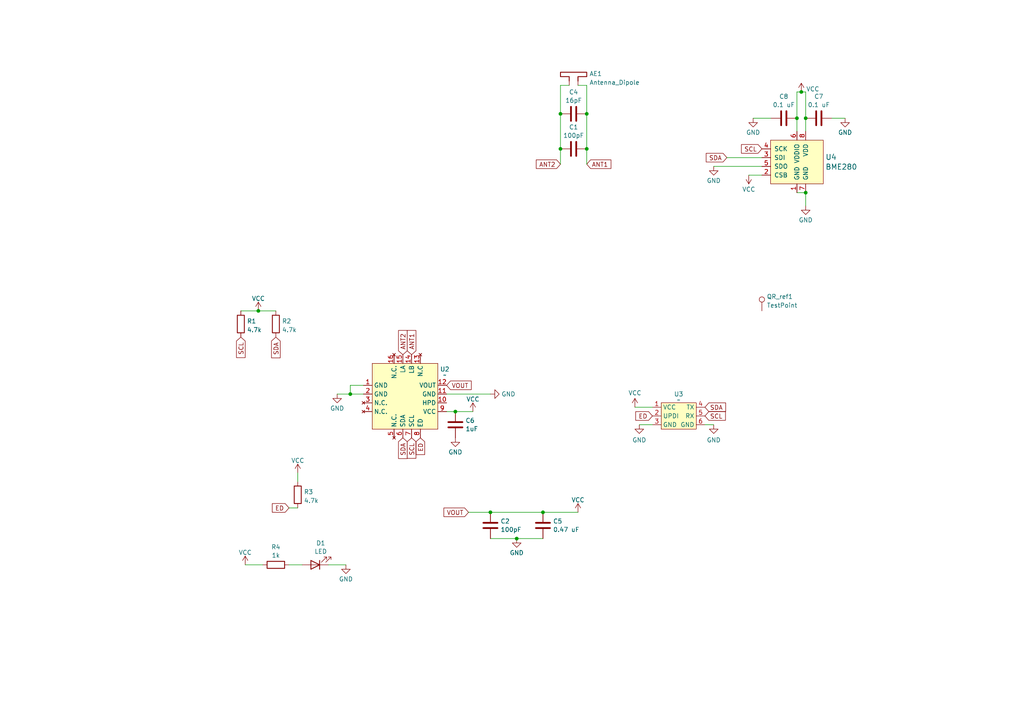
<source format=kicad_sch>
(kicad_sch (version 20231120) (generator "eeschema") (generator_version "8.0")
  (paper "A4")
  (lib_symbols
    (symbol "Connector:TestPoint" (pin_numbers hide) (pin_names (offset 0.762) hide)
      (property "Reference" "TP" (at 0 6.858 0))
      (property "Value" "TestPoint" (at 0 5.08 0))
      (symbol "TestPoint_0_1"
        (circle (center 0 3.302) (radius 0.762))
      )
      (symbol "TestPoint_1_1"
        (pin passive line (at 0 0 90) (length 2.54) (name "1") (number "1"))
      )
    )
    (symbol "Device:Antenna_Dipole" (pin_numbers hide) (pin_names (offset 1.016) hide)
      (property "Reference" "AE" (at 1.27 1.27 0))
      (property "Value" "Antenna_Dipole" (at 1.27 0 0))
      (symbol "Antenna_Dipole_0_1"
        (polyline (pts (xy 2.54 -3.81) (xy 2.54 -2.54) (xy 5.08 -2.54) (xy 5.08 -1.27) (xy -2.54 -1.27) (xy -2.54 -2.54) (xy 0 -2.54) (xy 0 -3.81)) (stroke (width 0.254)))
      )
      (symbol "Antenna_Dipole_1_1"
        (pin input line (at 0 -5.08 90) (length 2.54) (name "~") (number "1"))
        (pin input line (at 2.54 -5.08 90) (length 2.54) (name "~") (number "2"))
      )
    )
    (symbol "Device:C" (pin_numbers hide) (pin_names (offset 0.254))
      (property "Reference" "C" (at 0.635 2.54 0))
      (property "Value" "C" (at 0.635 -2.54 0))
      (symbol "C_0_1"
        (polyline (pts (xy -2.032 -0.762) (xy 2.032 -0.762)) (stroke (width 0.508)))
        (polyline (pts (xy -2.032 0.762) (xy 2.032 0.762)) (stroke (width 0.508)))
      )
      (symbol "C_1_1"
        (pin passive line (at 0 3.81 270) (length 2.794) (name "~") (number "1"))
        (pin passive line (at 0 -3.81 90) (length 2.794) (name "~") (number "2"))
      )
    )
    (symbol "Device:LED" (pin_numbers hide) (pin_names (offset 1.016) hide)
      (property "Reference" "D" (at 0 2.54 0))
      (property "Value" "LED" (at 0 -2.54 0))
      (symbol "LED_0_1"
        (polyline (pts (xy -1.27 -1.27) (xy -1.27 1.27)) (stroke (width 0.254)))
        (polyline (pts (xy -1.27 0) (xy 1.27 0)))
        (polyline (pts (xy 1.27 -1.27) (xy 1.27 1.27) (xy -1.27 0) (xy 1.27 -1.27)) (stroke (width 0.254)))
        (polyline (pts (xy -3.048 -0.762) (xy -4.572 -2.286) (xy -3.81 -2.286) (xy -4.572 -2.286) (xy -4.572 -1.524)))
        (polyline (pts (xy -1.778 -0.762) (xy -3.302 -2.286) (xy -2.54 -2.286) (xy -3.302 -2.286) (xy -3.302 -1.524)))
      )
      (symbol "LED_1_1"
        (pin passive line (at -3.81 0 0) (length 2.54) (name "K") (number "1"))
        (pin passive line (at 3.81 0 180) (length 2.54) (name "A") (number "2"))
      )
    )
    (symbol "Device:R" (pin_numbers hide) (pin_names (offset 0))
      (property "Reference" "R" (at 2.032 0 90))
      (property "Value" "R" (at 0 0 90))
      (symbol "R_0_1"
        (rectangle (start -1.016 -2.54) (end 1.016 2.54) (stroke (width 0.254)))
      )
      (symbol "R_1_1"
        (pin passive line (at 0 3.81 270) (length 1.27) (name "~") (number "1"))
        (pin passive line (at 0 -3.81 90) (length 1.27) (name "~") (number "2"))
      )
    )
    (symbol "dk_Humidity-Moisture-Sensors:BME280" (pin_names (offset 1.016))
      (property "Reference" "U" (at -5.08 8.89 0))
      (property "Value" "BME280" (at -2.54 11.43 0))
      (symbol "BME280_0_1"
        (rectangle (start 7.62 7.62) (end -7.62 -5.08) (fill (type background)))
      )
      (symbol "BME280_1_1"
        (pin power_in line (at 0 -7.62 90) (length 2.54) (name "GND") (number "1"))
        (pin input line (at -10.16 -2.54 0) (length 2.54) (name "CSB") (number "2"))
        (pin bidirectional line (at -10.16 2.54 0) (length 2.54) (name "SDI") (number "3"))
        (pin input line (at -10.16 5.08 0) (length 2.54) (name "SCK") (number "4"))
        (pin bidirectional line (at -10.16 0 0) (length 2.54) (name "SDO") (number "5"))
        (pin power_in line (at 0 10.16 270) (length 2.54) (name "VDDIO") (number "6"))
        (pin power_in line (at 2.54 -7.62 90) (length 2.54) (name "GND") (number "7"))
        (pin power_in line (at 2.54 10.16 270) (length 2.54) (name "VDD") (number "8"))
      )
    )
    (symbol "power:GND" (power) (pin_names (offset 0))
      (property "Value" "GND" (at 0 -3.81 0))
      (symbol "GND_0_1"
        (polyline (pts (xy 0 0) (xy 0 -1.27) (xy 1.27 -1.27) (xy 0 -2.54) (xy -1.27 -1.27) (xy 0 -1.27)))
      )
      (symbol "GND_1_1"
        (pin power_in line (at 0 0 270) (length 0) hide (name "GND") (number "1"))
      )
    )
    (symbol "power:VCC" (power) (pin_names (offset 0))
      (property "Value" "VCC" (at 0 3.81 0))
      (symbol "VCC_0_1"
        (polyline (pts (xy -0.762 1.27) (xy 0 2.54)))
        (polyline (pts (xy 0 0) (xy 0 2.54)))
        (polyline (pts (xy 0 2.54) (xy 0.762 1.27)))
      )
      (symbol "VCC_1_1"
        (pin power_in line (at 0 0 90) (length 0) hide (name "VCC") (number "1"))
      )
    )
    (symbol "unsurv_offline_pcb_symbols:NTAG_5_Link"
      (property "Reference" "U" (at 0 24.892 0))
      (symbol "NTAG_5_Link_1_1"
        (rectangle (start -10.16 8.89) (end 8.89 -10.16) (fill (type background)))
        (pin input line (at -12.7 2.54 0) (length 2.54) (name "GND") (number "1"))
        (pin input line (at 11.43 -2.54 180) (length 2.54) (name "HPD") (number "10"))
        (pin input line (at 11.43 0 180) (length 2.54) (name "GND") (number "11"))
        (pin input line (at 11.43 2.54 180) (length 2.54) (name "VOUT") (number "12"))
        (pin no_connect line (at 3.81 11.43 270) (length 2.54) (name "N.C") (number "13"))
        (pin bidirectional line (at 1.27 11.43 270) (length 2.54) (name "LB") (number "14"))
        (pin bidirectional line (at -1.27 11.43 270) (length 2.54) (name "LA") (number "15"))
        (pin no_connect line (at -3.81 11.43 270) (length 2.54) (name "N.C.") (number "16"))
        (pin input line (at -12.7 0 0) (length 2.54) (name "GND") (number "2"))
        (pin no_connect line (at -12.7 -2.54 0) (length 2.54) (name "N.C.") (number "3"))
        (pin no_connect line (at -12.7 -5.08 0) (length 2.54) (name "N.C.") (number "4"))
        (pin no_connect line (at -3.81 -12.7 90) (length 2.54) (name "N.C.") (number "5"))
        (pin bidirectional line (at -1.27 -12.7 90) (length 2.54) (name "SDA") (number "6"))
        (pin bidirectional line (at 1.27 -12.7 90) (length 2.54) (name "SCL") (number "7"))
        (pin bidirectional line (at 3.81 -12.7 90) (length 2.54) (name "ED") (number "8"))
        (pin input line (at 11.43 -5.08 180) (length 2.54) (name "VCC") (number "9"))
      )
    )
    (symbol "unsurv_offline_pcb_symbols:testpoint_array_2x3"
      (property "Reference" "U" (at 0 5.842 0))
      (symbol "testpoint_array_2x3_1_1"
        (rectangle (start -5.08 3.81) (end 5.08 -3.81) (fill (type background)))
        (pin input line (at -7.62 2.54 0) (length 2.54) (name "VCC") (number "1"))
        (pin input line (at -7.62 0 0) (length 2.54) (name "UPDI") (number "2"))
        (pin input line (at -7.62 -2.54 0) (length 2.54) (name "GND") (number "3"))
        (pin input line (at 7.62 2.54 180) (length 2.54) (name "TX") (number "4"))
        (pin input line (at 7.62 0 180) (length 2.54) (name "RX") (number "5"))
        (pin input line (at 7.62 -2.54 180) (length 2.54) (name "GND") (number "6"))
      )
    )
  )
  (junction (at 232.41 26.67))
  (junction (at 132.08 119.38))
  (junction (at 149.86 156.21))
  (junction (at 74.93 90.17))
  (junction (at 170.18 43.18))
  (junction (at 162.56 43.18))
  (junction (at 142.24 148.59))
  (junction (at 233.68 34.29))
  (junction (at 101.6 114.3))
  (junction (at 233.68 55.88))
  (junction (at 162.56 33.02))
  (junction (at 231.14 34.29))
  (junction (at 170.18 33.02))
  (junction (at 157.48 148.59))
  (wire (pts (xy 232.41 26.67) (xy 231.14 26.67)))
  (wire (pts (xy 231.14 55.88) (xy 233.68 55.88)))
  (wire (pts (xy 165.1 24.765) (xy 162.56 24.765)))
  (wire (pts (xy 233.68 26.67) (xy 233.68 34.29)))
  (wire (pts (xy 170.18 43.18) (xy 170.18 47.625)))
  (wire (pts (xy 69.85 90.17) (xy 74.93 90.17)))
  (wire (pts (xy 83.82 147.32) (xy 86.36 147.32)))
  (wire (pts (xy 231.14 34.29) (xy 231.14 38.1)))
  (wire (pts (xy 101.6 111.76) (xy 101.6 114.3)))
  (wire (pts (xy 233.68 34.29) (xy 233.68 38.1)))
  (wire (pts (xy 71.12 163.83) (xy 76.2 163.83)))
  (wire (pts (xy 185.42 123.19) (xy 189.23 123.19)))
  (wire (pts (xy 135.89 148.59) (xy 142.24 148.59)))
  (wire (pts (xy 105.41 111.76) (xy 101.6 111.76)))
  (wire (pts (xy 170.18 33.02) (xy 170.18 24.765)))
  (wire (pts (xy 162.56 33.02) (xy 162.56 43.18)))
  (wire (pts (xy 218.44 34.29) (xy 223.52 34.29)))
  (wire (pts (xy 86.36 137.16) (xy 86.36 139.7)))
  (wire (pts (xy 101.6 114.3) (xy 105.41 114.3)))
  (wire (pts (xy 232.41 26.67) (xy 233.68 26.67)))
  (wire (pts (xy 83.82 163.83) (xy 87.63 163.83)))
  (wire (pts (xy 207.01 48.26) (xy 220.98 48.26)))
  (wire (pts (xy 204.47 123.19) (xy 207.01 123.19)))
  (wire (pts (xy 129.54 119.38) (xy 132.08 119.38)))
  (wire (pts (xy 170.18 24.765) (xy 167.64 24.765)))
  (wire (pts (xy 129.54 114.3) (xy 142.24 114.3)))
  (wire (pts (xy 162.56 24.765) (xy 162.56 33.02)))
  (wire (pts (xy 210.82 45.72) (xy 220.98 45.72)))
  (wire (pts (xy 97.79 114.3) (xy 101.6 114.3)))
  (wire (pts (xy 170.18 33.02) (xy 170.18 43.18)))
  (wire (pts (xy 231.14 26.67) (xy 231.14 34.29)))
  (wire (pts (xy 142.24 148.59) (xy 157.48 148.59)))
  (wire (pts (xy 74.93 90.17) (xy 80.01 90.17)))
  (wire (pts (xy 157.48 148.59) (xy 167.64 148.59)))
  (wire (pts (xy 142.24 156.21) (xy 149.86 156.21)))
  (wire (pts (xy 95.25 163.83) (xy 100.33 163.83)))
  (wire (pts (xy 241.3 34.29) (xy 245.11 34.29)))
  (wire (pts (xy 149.86 156.21) (xy 157.48 156.21)))
  (wire (pts (xy 184.15 118.11) (xy 189.23 118.11)))
  (wire (pts (xy 233.68 55.88) (xy 233.68 59.69)))
  (wire (pts (xy 217.17 50.8) (xy 220.98 50.8)))
  (wire (pts (xy 132.08 119.38) (xy 137.16 119.38)))
  (wire (pts (xy 162.56 43.18) (xy 162.56 47.625)))
  (global_label "ANT2" (shape input) (at 116.84 102.87 90) (property "Intersheetrefs" "${INTERSHEET_REFS}" (effects (hide yes))))
  (global_label "SDA" (shape input) (at 116.84 127 270) (property "Intersheetrefs" "${INTERSHEET_REFS}" (effects (hide yes))))
  (global_label "SDA" (shape input) (at 204.47 118.11 0) (property "Intersheetrefs" "${INTERSHEET_REFS}" (effects (hide yes))))
  (global_label "SDA" (shape input) (at 210.82 45.72 180) (property "Intersheetrefs" "${INTERSHEET_REFS}" (effects (hide yes))))
  (global_label "ED" (shape input) (at 83.82 147.32 180) (property "Intersheetrefs" "${INTERSHEET_REFS}" (effects (hide yes))))
  (global_label "SCL" (shape input) (at 204.47 120.65 0) (property "Intersheetrefs" "${INTERSHEET_REFS}" (effects (hide yes))))
  (global_label "SCL" (shape input) (at 119.38 127 270) (property "Intersheetrefs" "${INTERSHEET_REFS}" (effects (hide yes))))
  (global_label "ANT1" (shape input) (at 119.38 102.87 90) (property "Intersheetrefs" "${INTERSHEET_REFS}" (effects (hide yes))))
  (global_label "VOUT" (shape input) (at 129.54 111.76 0) (property "Intersheetrefs" "${INTERSHEET_REFS}" (effects (hide yes))))
  (global_label "ED" (shape input) (at 189.23 120.65 180) (property "Intersheetrefs" "${INTERSHEET_REFS}" (effects (hide yes))))
  (global_label "SDA" (shape input) (at 80.01 97.79 270) (property "Intersheetrefs" "${INTERSHEET_REFS}" (effects (hide yes))))
  (global_label "ANT2" (shape input) (at 162.56 47.625 180) (property "Intersheetrefs" "${INTERSHEET_REFS}" (effects (hide yes))))
  (global_label "ANT1" (shape input) (at 170.18 47.625 0) (property "Intersheetrefs" "${INTERSHEET_REFS}" (effects (hide yes))))
  (global_label "SCL" (shape input) (at 69.85 97.79 270) (property "Intersheetrefs" "${INTERSHEET_REFS}" (effects (hide yes))))
  (global_label "ED" (shape input) (at 121.92 127 270) (property "Intersheetrefs" "${INTERSHEET_REFS}" (effects (hide yes))))
  (global_label "VOUT" (shape input) (at 135.89 148.59 180) (property "Intersheetrefs" "${INTERSHEET_REFS}" (effects (hide yes))))
  (global_label "SCL" (shape input) (at 220.98 43.18 180) (property "Intersheetrefs" "${INTERSHEET_REFS}" (effects (hide yes))))
  (symbol (lib_id "power:GND") (at 233.68 59.69 0) (unit 1)
    (property "Reference" "#PWR019" (effects (hide yes)))
    (property "Value" "GND" (at 233.68 63.8231 0))
  )
  (symbol (lib_id "power:GND") (at 100.33 163.83 0) (unit 1)
    (property "Reference" "#PWR016" (effects (hide yes)))
    (property "Value" "GND" (at 100.33 167.9631 0))
  )
  (symbol (lib_id "dk_Humidity-Moisture-Sensors:BME280") (at 231.14 48.26 0) (unit 1)
    (property "Reference" "U4" (at 239.395 45.5735 0) (effects (font (size 1.524 1.524)) (justify left)))
    (property "Value" "BME280" (at 239.395 48.4064 0) (effects (font (size 1.524 1.524)) (justify left)))
    (property "Footprint" "digikey-footprints:Pressure_Sensor_LGA-8_2.5x2.5mm_BME280" (effects (hide yes)))
    (property "Datasheet" "https://ae-bst.resource.bosch.com/media/_tech/media/datasheets/BST-BME280-DS002.pdf" (effects (hide yes)))
    (property "Description" "SENSOR PRESSURE HUMIDITY TEMP" (effects (hide yes)))
    (property "Digi-Key_PN" "828-1063-1-ND" (effects (hide yes)))
    (property "MPN" "BME280" (effects (hide yes)))
    (property "Category" "Sensors, Transducers" (effects (hide yes)))
    (property "Family" "Humidity, Moisture Sensors" (effects (hide yes)))
    (property "DK_Datasheet_Link" "https://ae-bst.resource.bosch.com/media/_tech/media/datasheets/BST-BME280-DS002.pdf" (effects (hide yes)))
    (property "DK_Detail_Page" "/product-detail/en/bosch-sensortec/BME280/828-1063-1-ND/6136314" (effects (hide yes)))
    (property "Description_1" "SENSOR PRESSURE HUMIDITY TEMP" (effects (hide yes)))
    (property "Manufacturer" "Bosch Sensortec" (effects (hide yes)))
    (property "Status" "Active" (effects (hide yes)))
  )
  (symbol (lib_id "Device:C") (at 132.08 123.19 0) (unit 1)
    (property "Reference" "C6" (at 135.001 121.9778 0) (effects (justify left)))
    (property "Value" "1uF" (at 135.001 124.4021 0) (effects (justify left)))
    (property "Footprint" "Capacitor_SMD:C_0603_1608Metric" (effects (hide yes)))
    (property "Description" "Unpolarized capacitor" (effects (hide yes)))
  )
  (symbol (lib_id "power:VCC") (at 184.15 118.11 0) (unit 1)
    (property "Reference" "#PWR09" (effects (hide yes)))
    (property "Value" "VCC" (at 184.15 113.9769 0))
  )
  (symbol (lib_id "power:GND") (at 207.01 48.26 0) (unit 1)
    (property "Reference" "#PWR023" (effects (hide yes)))
    (property "Value" "GND" (at 207.01 52.3931 0))
  )
  (symbol (lib_id "power:VCC") (at 217.17 50.8 180) (unit 1)
    (property "Reference" "#PWR022" (effects (hide yes)))
    (property "Value" "VCC" (at 217.17 54.9331 0))
  )
  (symbol (lib_id "Device:C") (at 227.33 34.29 270) (unit 1)
    (property "Reference" "C8" (at 227.33 27.9865 90))
    (property "Value" "0.1 uF" (at 227.33 30.4108 90))
    (property "Footprint" "Capacitor_SMD:C_0402_1005Metric" (effects (hide yes)))
  )
  (symbol (lib_id "power:GND") (at 132.08 127 0) (unit 1)
    (property "Reference" "#PWR014" (effects (hide yes)))
    (property "Value" "GND" (at 132.08 131.1331 0))
  )
  (symbol (lib_id "Device:R") (at 80.01 163.83 90) (unit 1)
    (property "Reference" "R4" (at 80.01 158.6695 90))
    (property "Value" "1k" (at 80.01 161.0938 90))
    (property "Footprint" "Resistor_SMD:R_0603_1608Metric" (effects (hide yes)))
  )
  (symbol (lib_id "power:VCC") (at 86.36 137.16 0) (unit 1)
    (property "Reference" "#PWR013" (effects (hide yes)))
    (property "Value" "VCC" (at 86.36 133.5842 0))
  )
  (symbol (lib_id "power:GND") (at 149.86 156.21 0) (unit 1)
    (property "Reference" "#PWR012" (effects (hide yes)))
    (property "Value" "GND" (at 149.86 160.3431 0))
  )
  (symbol (lib_id "Device:R") (at 80.01 93.98 0) (unit 1)
    (property "Reference" "R2" (at 81.788 93.1453 0) (effects (justify left)))
    (property "Value" "4.7k" (at 81.788 95.6822 0) (effects (justify left)))
    (property "Footprint" "Resistor_SMD:R_0603_1608Metric" (effects (hide yes)))
  )
  (symbol (lib_id "power:VCC") (at 167.64 148.59 0) (mirror y) (unit 1)
    (property "Reference" "#PWR010" (effects (hide yes)))
    (property "Value" "VCC" (at 167.64 145.0142 0))
  )
  (symbol (lib_id "power:GND") (at 97.79 114.3 0) (unit 1)
    (property "Reference" "#PWR05" (effects (hide yes)))
    (property "Value" "GND" (at 97.79 118.4331 0))
  )
  (symbol (lib_id "Device:C") (at 237.49 34.29 270) (unit 1)
    (property "Reference" "C7" (at 237.49 27.9865 90))
    (property "Value" "0.1 uF" (at 237.49 30.4108 90))
    (property "Footprint" "Capacitor_SMD:C_0402_1005Metric" (effects (hide yes)))
  )
  (symbol (lib_id "Connector:TestPoint") (at 220.98 90.17 0) (unit 1)
    (property "Reference" "QR_ref1" (at 222.377 86.0333 0) (effects (justify left)))
    (property "Value" "TestPoint" (at 222.377 88.5702 0) (effects (justify left)))
    (property "Footprint" "unsurv_offline_pcb_footprints:https___shop.unsurv.org" (effects (hide yes)))
  )
  (symbol (lib_id "unsurv_offline_pcb_symbols:NTAG_5_Link") (at 118.11 114.3 0) (unit 1)
    (property "Reference" "U2" (at 129.0162 107.1009 0))
    (property "Value" "~" (at 129.0162 108.7823 0))
    (property "Footprint" "unsurv_offline_pcb_footprints:NTAG 5 link" (effects (hide yes)))
  )
  (symbol (lib_id "power:VCC") (at 74.93 90.17 0) (unit 1)
    (property "Reference" "#PWR017" (effects (hide yes)))
    (property "Value" "VCC" (at 74.93 86.5942 0))
  )
  (symbol (lib_id "power:GND") (at 185.42 123.19 0) (unit 1)
    (property "Reference" "#PWR08" (effects (hide yes)))
    (property "Value" "GND" (at 185.42 127.6334 0))
  )
  (symbol (lib_id "power:GND") (at 245.11 34.29 0) (unit 1)
    (property "Reference" "#PWR020" (effects (hide yes)))
    (property "Value" "GND" (at 245.11 38.4231 0))
  )
  (symbol (lib_id "Device:C") (at 166.37 43.18 90) (unit 1)
    (property "Reference" "C1" (at 166.37 36.8765 90))
    (property "Value" "100pF" (at 166.37 39.3008 90))
    (property "Footprint" "Capacitor_SMD:C_0402_1005Metric" (effects (hide yes)))
  )
  (symbol (lib_id "Device:LED") (at 91.44 163.83 180) (unit 1)
    (property "Reference" "D1" (at 93.0275 157.5265 0))
    (property "Value" "LED" (at 93.0275 159.9508 0))
    (property "Footprint" "LED_SMD:LED_0603_1608Metric" (effects (hide yes)))
    (property "Description" "Light emitting diode" (effects (hide yes)))
  )
  (symbol (lib_id "Device:R") (at 69.85 93.98 0) (unit 1)
    (property "Reference" "R1" (at 71.628 93.1453 0) (effects (justify left)))
    (property "Value" "4.7k" (at 71.628 95.6822 0) (effects (justify left)))
    (property "Footprint" "Resistor_SMD:R_0603_1608Metric" (effects (hide yes)))
  )
  (symbol (lib_id "power:GND") (at 218.44 34.29 0) (unit 1)
    (property "Reference" "#PWR021" (effects (hide yes)))
    (property "Value" "GND" (at 218.44 38.4231 0))
  )
  (symbol (lib_id "power:VCC") (at 232.41 26.67 0) (unit 1)
    (property "Reference" "#PWR018" (effects (hide yes)))
    (property "Value" "VCC" (at 233.807 25.8338 0) (effects (justify left)))
  )
  (symbol (lib_id "Device:C") (at 166.37 33.02 90) (unit 1)
    (property "Reference" "C4" (at 166.37 26.7165 90))
    (property "Value" "16pF" (at 166.37 29.1408 90))
    (property "Footprint" "Capacitor_SMD:C_0402_1005Metric" (effects (hide yes)))
  )
  (symbol (lib_id "power:GND") (at 142.24 114.3 90) (unit 1)
    (property "Reference" "#PWR04" (effects (hide yes)))
    (property "Value" "GND" (at 145.415 114.3 90) (effects (justify right)))
  )
  (symbol (lib_id "Device:C") (at 142.24 152.4 0) (unit 1)
    (property "Reference" "C2" (at 145.161 151.1878 0) (effects (justify left)))
    (property "Value" "100pF" (at 145.161 153.6121 0) (effects (justify left)))
    (property "Footprint" "Capacitor_SMD:C_0603_1608Metric" (effects (hide yes)))
    (property "Description" "Unpolarized capacitor" (effects (hide yes)))
  )
  (symbol (lib_id "power:GND") (at 207.01 123.19 0) (unit 1)
    (property "Reference" "#PWR06" (effects (hide yes)))
    (property "Value" "GND" (at 207.01 127.6334 0))
  )
  (symbol (lib_id "Device:Antenna_Dipole") (at 167.64 19.685 0) (mirror y) (unit 1)
    (property "Reference" "AE1" (at 170.942 21.3903 0) (effects (justify right)))
    (property "Value" "Antenna_Dipole" (at 170.942 23.9272 0) (effects (justify right)))
    (property "Footprint" "unsurv_offline_pcb_footprints:25x18_1016nH" (effects (hide yes)))
  )
  (symbol (lib_id "Device:R") (at 86.36 143.51 0) (unit 1)
    (property "Reference" "R3" (at 88.138 142.6753 0) (effects (justify left)))
    (property "Value" "4.7k" (at 88.138 145.2122 0) (effects (justify left)))
    (property "Footprint" "Resistor_SMD:R_0603_1608Metric" (effects (hide yes)))
  )
  (symbol (lib_id "Device:C") (at 157.48 152.4 0) (unit 1)
    (property "Reference" "C5" (at 160.401 151.1878 0) (effects (justify left)))
    (property "Value" "0.47 uF" (at 160.401 153.6121 0) (effects (justify left)))
    (property "Footprint" "Capacitor_SMD:C_0603_1608Metric" (effects (hide yes)))
    (property "Description" "Unpolarized capacitor" (effects (hide yes)))
  )
  (symbol (lib_id "power:VCC") (at 137.16 119.38 0) (mirror y) (unit 1)
    (property "Reference" "#PWR01" (effects (hide yes)))
    (property "Value" "VCC" (at 137.16 115.8042 0))
  )
  (symbol (lib_id "unsurv_offline_pcb_symbols:testpoint_array_2x3") (at 196.85 120.65 0) (unit 1)
    (property "Reference" "U3" (at 196.85 114.3085 0))
    (property "Value" "~" (at 196.85 115.9899 0))
    (property "Footprint" "unsurv_offline_pcb_footprints:testpoint_array_2x3" (effects (hide yes)))
  )
  (symbol (lib_id "power:VCC") (at 71.12 163.83 0) (unit 1)
    (property "Reference" "#PWR015" (effects (hide yes)))
    (property "Value" "VCC" (at 71.12 160.2542 0))
  )
)
</source>
